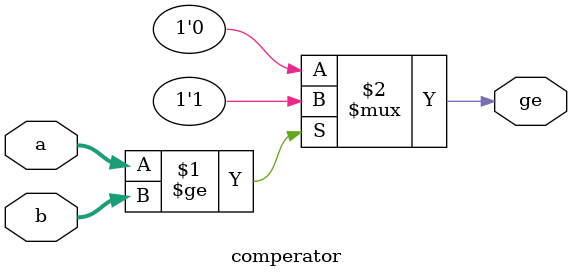
<source format=v>
module comperator(input[10:0] a,b,output ge);
  assign ge = a >= b ? 1'b1 : 1'b0;
endmodule

</source>
